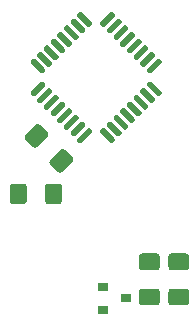
<source format=gbr>
%TF.GenerationSoftware,KiCad,Pcbnew,(5.1.6)-1*%
%TF.CreationDate,2021-02-23T14:27:07+01:00*%
%TF.ProjectId,STM32G030K8T6_Board,53544d33-3247-4303-9330-4b3854365f42,rev?*%
%TF.SameCoordinates,Original*%
%TF.FileFunction,Paste,Top*%
%TF.FilePolarity,Positive*%
%FSLAX46Y46*%
G04 Gerber Fmt 4.6, Leading zero omitted, Abs format (unit mm)*
G04 Created by KiCad (PCBNEW (5.1.6)-1) date 2021-02-23 14:27:07*
%MOMM*%
%LPD*%
G01*
G04 APERTURE LIST*
%ADD10R,0.900000X0.800000*%
G04 APERTURE END LIST*
%TO.C,C4*%
G36*
G01*
X130125000Y-71575000D02*
X128875000Y-71575000D01*
G75*
G02*
X128625000Y-71325000I0J250000D01*
G01*
X128625000Y-70400000D01*
G75*
G02*
X128875000Y-70150000I250000J0D01*
G01*
X130125000Y-70150000D01*
G75*
G02*
X130375000Y-70400000I0J-250000D01*
G01*
X130375000Y-71325000D01*
G75*
G02*
X130125000Y-71575000I-250000J0D01*
G01*
G37*
G36*
G01*
X130125000Y-74550000D02*
X128875000Y-74550000D01*
G75*
G02*
X128625000Y-74300000I0J250000D01*
G01*
X128625000Y-73375000D01*
G75*
G02*
X128875000Y-73125000I250000J0D01*
G01*
X130125000Y-73125000D01*
G75*
G02*
X130375000Y-73375000I0J-250000D01*
G01*
X130375000Y-74300000D01*
G75*
G02*
X130125000Y-74550000I-250000J0D01*
G01*
G37*
%TD*%
%TO.C,C6*%
G36*
G01*
X116502424Y-60136307D02*
X117386307Y-59252423D01*
G75*
G02*
X117739861Y-59252423I176777J-176777D01*
G01*
X118393935Y-59906497D01*
G75*
G02*
X118393935Y-60260051I-176777J-176777D01*
G01*
X117510051Y-61143935D01*
G75*
G02*
X117156497Y-61143935I-176777J176777D01*
G01*
X116502423Y-60489861D01*
G75*
G02*
X116502423Y-60136307I176777J176777D01*
G01*
G37*
G36*
G01*
X118606066Y-62239949D02*
X119489949Y-61356065D01*
G75*
G02*
X119843503Y-61356065I176777J-176777D01*
G01*
X120497577Y-62010139D01*
G75*
G02*
X120497577Y-62363693I-176777J-176777D01*
G01*
X119613693Y-63247577D01*
G75*
G02*
X119260139Y-63247577I-176777J176777D01*
G01*
X118606065Y-62593503D01*
G75*
G02*
X118606065Y-62239949I176777J176777D01*
G01*
G37*
%TD*%
D10*
%TO.C,Q1*%
X123050000Y-73000000D03*
X123050000Y-74900000D03*
X125050000Y-73950000D03*
%TD*%
%TO.C,R1*%
G36*
G01*
X127625000Y-74550000D02*
X126375000Y-74550000D01*
G75*
G02*
X126125000Y-74300000I0J250000D01*
G01*
X126125000Y-73375000D01*
G75*
G02*
X126375000Y-73125000I250000J0D01*
G01*
X127625000Y-73125000D01*
G75*
G02*
X127875000Y-73375000I0J-250000D01*
G01*
X127875000Y-74300000D01*
G75*
G02*
X127625000Y-74550000I-250000J0D01*
G01*
G37*
G36*
G01*
X127625000Y-71575000D02*
X126375000Y-71575000D01*
G75*
G02*
X126125000Y-71325000I0J250000D01*
G01*
X126125000Y-70400000D01*
G75*
G02*
X126375000Y-70150000I250000J0D01*
G01*
X127625000Y-70150000D01*
G75*
G02*
X127875000Y-70400000I0J-250000D01*
G01*
X127875000Y-71325000D01*
G75*
G02*
X127625000Y-71575000I-250000J0D01*
G01*
G37*
%TD*%
%TO.C,U1*%
G36*
G01*
X117125988Y-56840990D02*
X116949212Y-56664213D01*
G75*
G02*
X116949212Y-56487437I88388J88388D01*
G01*
X117833095Y-55603554D01*
G75*
G02*
X118009871Y-55603554I88388J-88388D01*
G01*
X118186648Y-55780331D01*
G75*
G02*
X118186648Y-55957107I-88388J-88388D01*
G01*
X117302765Y-56840990D01*
G75*
G02*
X117125989Y-56840990I-88388J88388D01*
G01*
G37*
G36*
G01*
X117691674Y-57406675D02*
X117514898Y-57229898D01*
G75*
G02*
X117514898Y-57053122I88388J88388D01*
G01*
X118398781Y-56169239D01*
G75*
G02*
X118575557Y-56169239I88388J-88388D01*
G01*
X118752334Y-56346016D01*
G75*
G02*
X118752334Y-56522792I-88388J-88388D01*
G01*
X117868451Y-57406675D01*
G75*
G02*
X117691675Y-57406675I-88388J88388D01*
G01*
G37*
G36*
G01*
X118257359Y-57972361D02*
X118080583Y-57795584D01*
G75*
G02*
X118080583Y-57618808I88388J88388D01*
G01*
X118964466Y-56734925D01*
G75*
G02*
X119141242Y-56734925I88388J-88388D01*
G01*
X119318019Y-56911702D01*
G75*
G02*
X119318019Y-57088478I-88388J-88388D01*
G01*
X118434136Y-57972361D01*
G75*
G02*
X118257360Y-57972361I-88388J88388D01*
G01*
G37*
G36*
G01*
X118823044Y-58538046D02*
X118646268Y-58361269D01*
G75*
G02*
X118646268Y-58184493I88388J88388D01*
G01*
X119530151Y-57300610D01*
G75*
G02*
X119706927Y-57300610I88388J-88388D01*
G01*
X119883704Y-57477387D01*
G75*
G02*
X119883704Y-57654163I-88388J-88388D01*
G01*
X118999821Y-58538046D01*
G75*
G02*
X118823045Y-58538046I-88388J88388D01*
G01*
G37*
G36*
G01*
X119388730Y-59103732D02*
X119211954Y-58926955D01*
G75*
G02*
X119211954Y-58750179I88388J88388D01*
G01*
X120095837Y-57866296D01*
G75*
G02*
X120272613Y-57866296I88388J-88388D01*
G01*
X120449390Y-58043073D01*
G75*
G02*
X120449390Y-58219849I-88388J-88388D01*
G01*
X119565507Y-59103732D01*
G75*
G02*
X119388731Y-59103732I-88388J88388D01*
G01*
G37*
G36*
G01*
X119954415Y-59669417D02*
X119777639Y-59492640D01*
G75*
G02*
X119777639Y-59315864I88388J88388D01*
G01*
X120661522Y-58431981D01*
G75*
G02*
X120838298Y-58431981I88388J-88388D01*
G01*
X121015075Y-58608758D01*
G75*
G02*
X121015075Y-58785534I-88388J-88388D01*
G01*
X120131192Y-59669417D01*
G75*
G02*
X119954416Y-59669417I-88388J88388D01*
G01*
G37*
G36*
G01*
X120520101Y-60235102D02*
X120343325Y-60058325D01*
G75*
G02*
X120343325Y-59881549I88388J88388D01*
G01*
X121227208Y-58997666D01*
G75*
G02*
X121403984Y-58997666I88388J-88388D01*
G01*
X121580761Y-59174443D01*
G75*
G02*
X121580761Y-59351219I-88388J-88388D01*
G01*
X120696878Y-60235102D01*
G75*
G02*
X120520102Y-60235102I-88388J88388D01*
G01*
G37*
G36*
G01*
X121085786Y-60800788D02*
X120909010Y-60624011D01*
G75*
G02*
X120909010Y-60447235I88388J88388D01*
G01*
X121792893Y-59563352D01*
G75*
G02*
X121969669Y-59563352I88388J-88388D01*
G01*
X122146446Y-59740129D01*
G75*
G02*
X122146446Y-59916905I-88388J-88388D01*
G01*
X121262563Y-60800788D01*
G75*
G02*
X121085787Y-60800788I-88388J88388D01*
G01*
G37*
G36*
G01*
X123737437Y-60800788D02*
X122853554Y-59916905D01*
G75*
G02*
X122853554Y-59740129I88388J88388D01*
G01*
X123030331Y-59563352D01*
G75*
G02*
X123207107Y-59563352I88388J-88388D01*
G01*
X124090990Y-60447235D01*
G75*
G02*
X124090990Y-60624011I-88388J-88388D01*
G01*
X123914213Y-60800788D01*
G75*
G02*
X123737437Y-60800788I-88388J88388D01*
G01*
G37*
G36*
G01*
X124303122Y-60235102D02*
X123419239Y-59351219D01*
G75*
G02*
X123419239Y-59174443I88388J88388D01*
G01*
X123596016Y-58997666D01*
G75*
G02*
X123772792Y-58997666I88388J-88388D01*
G01*
X124656675Y-59881549D01*
G75*
G02*
X124656675Y-60058325I-88388J-88388D01*
G01*
X124479898Y-60235102D01*
G75*
G02*
X124303122Y-60235102I-88388J88388D01*
G01*
G37*
G36*
G01*
X124868808Y-59669417D02*
X123984925Y-58785534D01*
G75*
G02*
X123984925Y-58608758I88388J88388D01*
G01*
X124161702Y-58431981D01*
G75*
G02*
X124338478Y-58431981I88388J-88388D01*
G01*
X125222361Y-59315864D01*
G75*
G02*
X125222361Y-59492640I-88388J-88388D01*
G01*
X125045584Y-59669417D01*
G75*
G02*
X124868808Y-59669417I-88388J88388D01*
G01*
G37*
G36*
G01*
X125434493Y-59103732D02*
X124550610Y-58219849D01*
G75*
G02*
X124550610Y-58043073I88388J88388D01*
G01*
X124727387Y-57866296D01*
G75*
G02*
X124904163Y-57866296I88388J-88388D01*
G01*
X125788046Y-58750179D01*
G75*
G02*
X125788046Y-58926955I-88388J-88388D01*
G01*
X125611269Y-59103732D01*
G75*
G02*
X125434493Y-59103732I-88388J88388D01*
G01*
G37*
G36*
G01*
X126000179Y-58538046D02*
X125116296Y-57654163D01*
G75*
G02*
X125116296Y-57477387I88388J88388D01*
G01*
X125293073Y-57300610D01*
G75*
G02*
X125469849Y-57300610I88388J-88388D01*
G01*
X126353732Y-58184493D01*
G75*
G02*
X126353732Y-58361269I-88388J-88388D01*
G01*
X126176955Y-58538046D01*
G75*
G02*
X126000179Y-58538046I-88388J88388D01*
G01*
G37*
G36*
G01*
X126565864Y-57972361D02*
X125681981Y-57088478D01*
G75*
G02*
X125681981Y-56911702I88388J88388D01*
G01*
X125858758Y-56734925D01*
G75*
G02*
X126035534Y-56734925I88388J-88388D01*
G01*
X126919417Y-57618808D01*
G75*
G02*
X126919417Y-57795584I-88388J-88388D01*
G01*
X126742640Y-57972361D01*
G75*
G02*
X126565864Y-57972361I-88388J88388D01*
G01*
G37*
G36*
G01*
X127131549Y-57406675D02*
X126247666Y-56522792D01*
G75*
G02*
X126247666Y-56346016I88388J88388D01*
G01*
X126424443Y-56169239D01*
G75*
G02*
X126601219Y-56169239I88388J-88388D01*
G01*
X127485102Y-57053122D01*
G75*
G02*
X127485102Y-57229898I-88388J-88388D01*
G01*
X127308325Y-57406675D01*
G75*
G02*
X127131549Y-57406675I-88388J88388D01*
G01*
G37*
G36*
G01*
X127697235Y-56840990D02*
X126813352Y-55957107D01*
G75*
G02*
X126813352Y-55780331I88388J88388D01*
G01*
X126990129Y-55603554D01*
G75*
G02*
X127166905Y-55603554I88388J-88388D01*
G01*
X128050788Y-56487437D01*
G75*
G02*
X128050788Y-56664213I-88388J-88388D01*
G01*
X127874011Y-56840990D01*
G75*
G02*
X127697235Y-56840990I-88388J88388D01*
G01*
G37*
G36*
G01*
X126990128Y-54896446D02*
X126813352Y-54719669D01*
G75*
G02*
X126813352Y-54542893I88388J88388D01*
G01*
X127697235Y-53659010D01*
G75*
G02*
X127874011Y-53659010I88388J-88388D01*
G01*
X128050788Y-53835787D01*
G75*
G02*
X128050788Y-54012563I-88388J-88388D01*
G01*
X127166905Y-54896446D01*
G75*
G02*
X126990129Y-54896446I-88388J88388D01*
G01*
G37*
G36*
G01*
X126424442Y-54330761D02*
X126247666Y-54153984D01*
G75*
G02*
X126247666Y-53977208I88388J88388D01*
G01*
X127131549Y-53093325D01*
G75*
G02*
X127308325Y-53093325I88388J-88388D01*
G01*
X127485102Y-53270102D01*
G75*
G02*
X127485102Y-53446878I-88388J-88388D01*
G01*
X126601219Y-54330761D01*
G75*
G02*
X126424443Y-54330761I-88388J88388D01*
G01*
G37*
G36*
G01*
X125858757Y-53765075D02*
X125681981Y-53588298D01*
G75*
G02*
X125681981Y-53411522I88388J88388D01*
G01*
X126565864Y-52527639D01*
G75*
G02*
X126742640Y-52527639I88388J-88388D01*
G01*
X126919417Y-52704416D01*
G75*
G02*
X126919417Y-52881192I-88388J-88388D01*
G01*
X126035534Y-53765075D01*
G75*
G02*
X125858758Y-53765075I-88388J88388D01*
G01*
G37*
G36*
G01*
X125293072Y-53199390D02*
X125116296Y-53022613D01*
G75*
G02*
X125116296Y-52845837I88388J88388D01*
G01*
X126000179Y-51961954D01*
G75*
G02*
X126176955Y-51961954I88388J-88388D01*
G01*
X126353732Y-52138731D01*
G75*
G02*
X126353732Y-52315507I-88388J-88388D01*
G01*
X125469849Y-53199390D01*
G75*
G02*
X125293073Y-53199390I-88388J88388D01*
G01*
G37*
G36*
G01*
X124727386Y-52633704D02*
X124550610Y-52456927D01*
G75*
G02*
X124550610Y-52280151I88388J88388D01*
G01*
X125434493Y-51396268D01*
G75*
G02*
X125611269Y-51396268I88388J-88388D01*
G01*
X125788046Y-51573045D01*
G75*
G02*
X125788046Y-51749821I-88388J-88388D01*
G01*
X124904163Y-52633704D01*
G75*
G02*
X124727387Y-52633704I-88388J88388D01*
G01*
G37*
G36*
G01*
X124161701Y-52068019D02*
X123984925Y-51891242D01*
G75*
G02*
X123984925Y-51714466I88388J88388D01*
G01*
X124868808Y-50830583D01*
G75*
G02*
X125045584Y-50830583I88388J-88388D01*
G01*
X125222361Y-51007360D01*
G75*
G02*
X125222361Y-51184136I-88388J-88388D01*
G01*
X124338478Y-52068019D01*
G75*
G02*
X124161702Y-52068019I-88388J88388D01*
G01*
G37*
G36*
G01*
X123596015Y-51502334D02*
X123419239Y-51325557D01*
G75*
G02*
X123419239Y-51148781I88388J88388D01*
G01*
X124303122Y-50264898D01*
G75*
G02*
X124479898Y-50264898I88388J-88388D01*
G01*
X124656675Y-50441675D01*
G75*
G02*
X124656675Y-50618451I-88388J-88388D01*
G01*
X123772792Y-51502334D01*
G75*
G02*
X123596016Y-51502334I-88388J88388D01*
G01*
G37*
G36*
G01*
X123030330Y-50936648D02*
X122853554Y-50759871D01*
G75*
G02*
X122853554Y-50583095I88388J88388D01*
G01*
X123737437Y-49699212D01*
G75*
G02*
X123914213Y-49699212I88388J-88388D01*
G01*
X124090990Y-49875989D01*
G75*
G02*
X124090990Y-50052765I-88388J-88388D01*
G01*
X123207107Y-50936648D01*
G75*
G02*
X123030331Y-50936648I-88388J88388D01*
G01*
G37*
G36*
G01*
X121792893Y-50936648D02*
X120909010Y-50052765D01*
G75*
G02*
X120909010Y-49875989I88388J88388D01*
G01*
X121085787Y-49699212D01*
G75*
G02*
X121262563Y-49699212I88388J-88388D01*
G01*
X122146446Y-50583095D01*
G75*
G02*
X122146446Y-50759871I-88388J-88388D01*
G01*
X121969669Y-50936648D01*
G75*
G02*
X121792893Y-50936648I-88388J88388D01*
G01*
G37*
G36*
G01*
X121227208Y-51502334D02*
X120343325Y-50618451D01*
G75*
G02*
X120343325Y-50441675I88388J88388D01*
G01*
X120520102Y-50264898D01*
G75*
G02*
X120696878Y-50264898I88388J-88388D01*
G01*
X121580761Y-51148781D01*
G75*
G02*
X121580761Y-51325557I-88388J-88388D01*
G01*
X121403984Y-51502334D01*
G75*
G02*
X121227208Y-51502334I-88388J88388D01*
G01*
G37*
G36*
G01*
X120661522Y-52068019D02*
X119777639Y-51184136D01*
G75*
G02*
X119777639Y-51007360I88388J88388D01*
G01*
X119954416Y-50830583D01*
G75*
G02*
X120131192Y-50830583I88388J-88388D01*
G01*
X121015075Y-51714466D01*
G75*
G02*
X121015075Y-51891242I-88388J-88388D01*
G01*
X120838298Y-52068019D01*
G75*
G02*
X120661522Y-52068019I-88388J88388D01*
G01*
G37*
G36*
G01*
X120095837Y-52633704D02*
X119211954Y-51749821D01*
G75*
G02*
X119211954Y-51573045I88388J88388D01*
G01*
X119388731Y-51396268D01*
G75*
G02*
X119565507Y-51396268I88388J-88388D01*
G01*
X120449390Y-52280151D01*
G75*
G02*
X120449390Y-52456927I-88388J-88388D01*
G01*
X120272613Y-52633704D01*
G75*
G02*
X120095837Y-52633704I-88388J88388D01*
G01*
G37*
G36*
G01*
X119530151Y-53199390D02*
X118646268Y-52315507D01*
G75*
G02*
X118646268Y-52138731I88388J88388D01*
G01*
X118823045Y-51961954D01*
G75*
G02*
X118999821Y-51961954I88388J-88388D01*
G01*
X119883704Y-52845837D01*
G75*
G02*
X119883704Y-53022613I-88388J-88388D01*
G01*
X119706927Y-53199390D01*
G75*
G02*
X119530151Y-53199390I-88388J88388D01*
G01*
G37*
G36*
G01*
X118964466Y-53765075D02*
X118080583Y-52881192D01*
G75*
G02*
X118080583Y-52704416I88388J88388D01*
G01*
X118257360Y-52527639D01*
G75*
G02*
X118434136Y-52527639I88388J-88388D01*
G01*
X119318019Y-53411522D01*
G75*
G02*
X119318019Y-53588298I-88388J-88388D01*
G01*
X119141242Y-53765075D01*
G75*
G02*
X118964466Y-53765075I-88388J88388D01*
G01*
G37*
G36*
G01*
X118398781Y-54330761D02*
X117514898Y-53446878D01*
G75*
G02*
X117514898Y-53270102I88388J88388D01*
G01*
X117691675Y-53093325D01*
G75*
G02*
X117868451Y-53093325I88388J-88388D01*
G01*
X118752334Y-53977208D01*
G75*
G02*
X118752334Y-54153984I-88388J-88388D01*
G01*
X118575557Y-54330761D01*
G75*
G02*
X118398781Y-54330761I-88388J88388D01*
G01*
G37*
G36*
G01*
X117833095Y-54896446D02*
X116949212Y-54012563D01*
G75*
G02*
X116949212Y-53835787I88388J88388D01*
G01*
X117125989Y-53659010D01*
G75*
G02*
X117302765Y-53659010I88388J-88388D01*
G01*
X118186648Y-54542893D01*
G75*
G02*
X118186648Y-54719669I-88388J-88388D01*
G01*
X118009871Y-54896446D01*
G75*
G02*
X117833095Y-54896446I-88388J88388D01*
G01*
G37*
%TD*%
%TO.C,C2*%
G36*
G01*
X115200000Y-65725000D02*
X115200000Y-64475000D01*
G75*
G02*
X115450000Y-64225000I250000J0D01*
G01*
X116375000Y-64225000D01*
G75*
G02*
X116625000Y-64475000I0J-250000D01*
G01*
X116625000Y-65725000D01*
G75*
G02*
X116375000Y-65975000I-250000J0D01*
G01*
X115450000Y-65975000D01*
G75*
G02*
X115200000Y-65725000I0J250000D01*
G01*
G37*
G36*
G01*
X118175000Y-65725000D02*
X118175000Y-64475000D01*
G75*
G02*
X118425000Y-64225000I250000J0D01*
G01*
X119350000Y-64225000D01*
G75*
G02*
X119600000Y-64475000I0J-250000D01*
G01*
X119600000Y-65725000D01*
G75*
G02*
X119350000Y-65975000I-250000J0D01*
G01*
X118425000Y-65975000D01*
G75*
G02*
X118175000Y-65725000I0J250000D01*
G01*
G37*
%TD*%
M02*

</source>
